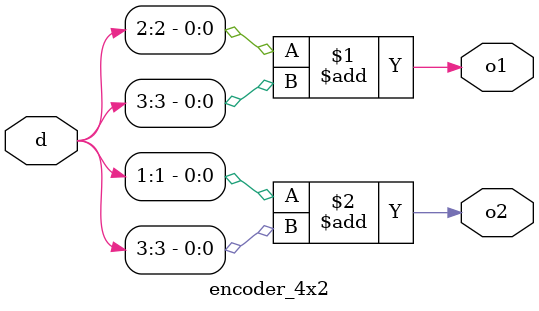
<source format=v>
`timescale 1ns / 1ps


module encoder_4x2(
    input [3:0]d,
    output wire o1,
    output wire o2
    );
assign o1=d[2]+d[3];
assign o2=d[1]+d[3];
endmodule

</source>
